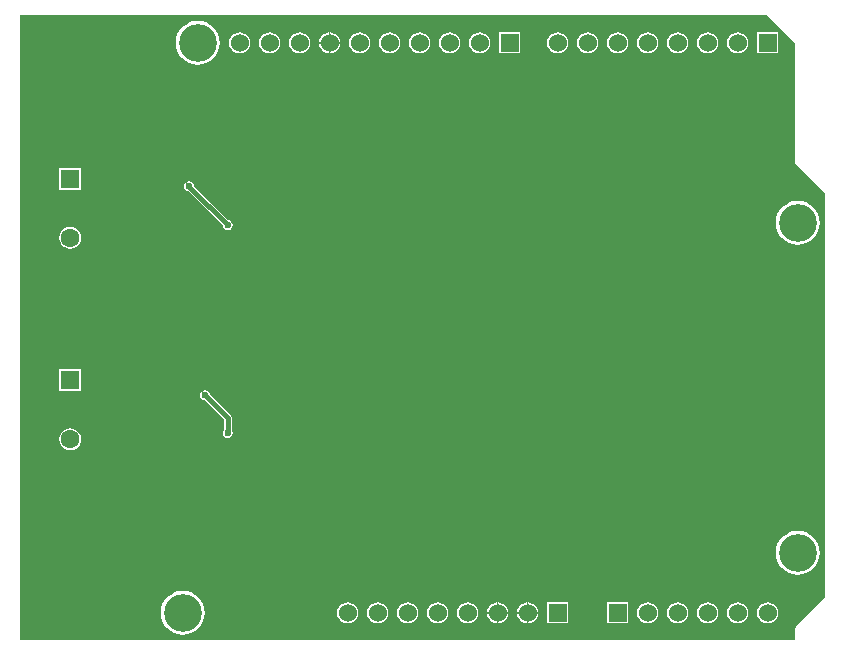
<source format=gbl>
G04*
G04 #@! TF.GenerationSoftware,Altium Limited,Altium Designer,20.2.6 (244)*
G04*
G04 Layer_Physical_Order=2*
G04 Layer_Color=16711680*
%FSLAX25Y25*%
%MOIN*%
G70*
G04*
G04 #@! TF.SameCoordinates,3ADD8469-B8FD-440E-8261-352D89208680*
G04*
G04*
G04 #@! TF.FilePolarity,Positive*
G04*
G01*
G75*
%ADD12C,0.01575*%
%ADD34R,0.06299X0.06299*%
%ADD35C,0.06299*%
%ADD36C,0.06000*%
%ADD37R,0.06000X0.06000*%
%ADD38C,0.12598*%
%ADD39C,0.02362*%
G36*
X259197Y199668D02*
Y160000D01*
X259258Y159693D01*
X259432Y159432D01*
X269197Y149668D01*
Y15333D01*
X259432Y5568D01*
X259432Y5568D01*
X259258Y5307D01*
X259197Y5000D01*
X259197Y5000D01*
Y803D01*
X803D01*
Y209197D01*
X249668D01*
X259197Y199668D01*
D02*
G37*
%LPC*%
G36*
X104250Y203497D02*
Y200250D01*
X107497D01*
X107410Y200914D01*
X107057Y201765D01*
X106496Y202496D01*
X105765Y203057D01*
X104914Y203410D01*
X104250Y203497D01*
D02*
G37*
G36*
X103750D02*
X103086Y203410D01*
X102235Y203057D01*
X101504Y202496D01*
X100943Y201765D01*
X100590Y200914D01*
X100503Y200250D01*
X103750D01*
Y203497D01*
D02*
G37*
G36*
X107497Y199750D02*
X104250D01*
Y196503D01*
X104914Y196590D01*
X105765Y196943D01*
X106496Y197504D01*
X107057Y198235D01*
X107410Y199086D01*
X107497Y199750D01*
D02*
G37*
G36*
X103750D02*
X100503D01*
X100590Y199086D01*
X100943Y198235D01*
X101504Y197504D01*
X102235Y196943D01*
X103086Y196590D01*
X103750Y196503D01*
Y199750D01*
D02*
G37*
G36*
X253500Y203500D02*
X246500D01*
Y196500D01*
X253500D01*
Y203500D01*
D02*
G37*
G36*
X167500D02*
X160500D01*
Y196500D01*
X167500D01*
Y203500D01*
D02*
G37*
G36*
X240000Y203530D02*
X239086Y203410D01*
X238235Y203057D01*
X237504Y202496D01*
X236943Y201765D01*
X236590Y200914D01*
X236470Y200000D01*
X236590Y199086D01*
X236943Y198235D01*
X237504Y197504D01*
X238235Y196943D01*
X239086Y196590D01*
X240000Y196470D01*
X240914Y196590D01*
X241765Y196943D01*
X242496Y197504D01*
X243057Y198235D01*
X243410Y199086D01*
X243530Y200000D01*
X243410Y200914D01*
X243057Y201765D01*
X242496Y202496D01*
X241765Y203057D01*
X240914Y203410D01*
X240000Y203530D01*
D02*
G37*
G36*
X230000D02*
X229086Y203410D01*
X228235Y203057D01*
X227504Y202496D01*
X226943Y201765D01*
X226590Y200914D01*
X226470Y200000D01*
X226590Y199086D01*
X226943Y198235D01*
X227504Y197504D01*
X228235Y196943D01*
X229086Y196590D01*
X230000Y196470D01*
X230914Y196590D01*
X231765Y196943D01*
X232496Y197504D01*
X233057Y198235D01*
X233410Y199086D01*
X233530Y200000D01*
X233410Y200914D01*
X233057Y201765D01*
X232496Y202496D01*
X231765Y203057D01*
X230914Y203410D01*
X230000Y203530D01*
D02*
G37*
G36*
X220000D02*
X219086Y203410D01*
X218235Y203057D01*
X217504Y202496D01*
X216943Y201765D01*
X216590Y200914D01*
X216470Y200000D01*
X216590Y199086D01*
X216943Y198235D01*
X217504Y197504D01*
X218235Y196943D01*
X219086Y196590D01*
X220000Y196470D01*
X220914Y196590D01*
X221765Y196943D01*
X222496Y197504D01*
X223057Y198235D01*
X223410Y199086D01*
X223530Y200000D01*
X223410Y200914D01*
X223057Y201765D01*
X222496Y202496D01*
X221765Y203057D01*
X220914Y203410D01*
X220000Y203530D01*
D02*
G37*
G36*
X210000D02*
X209086Y203410D01*
X208235Y203057D01*
X207504Y202496D01*
X206943Y201765D01*
X206590Y200914D01*
X206470Y200000D01*
X206590Y199086D01*
X206943Y198235D01*
X207504Y197504D01*
X208235Y196943D01*
X209086Y196590D01*
X210000Y196470D01*
X210914Y196590D01*
X211765Y196943D01*
X212496Y197504D01*
X213057Y198235D01*
X213410Y199086D01*
X213530Y200000D01*
X213410Y200914D01*
X213057Y201765D01*
X212496Y202496D01*
X211765Y203057D01*
X210914Y203410D01*
X210000Y203530D01*
D02*
G37*
G36*
X200000D02*
X199086Y203410D01*
X198235Y203057D01*
X197504Y202496D01*
X196943Y201765D01*
X196590Y200914D01*
X196470Y200000D01*
X196590Y199086D01*
X196943Y198235D01*
X197504Y197504D01*
X198235Y196943D01*
X199086Y196590D01*
X200000Y196470D01*
X200914Y196590D01*
X201765Y196943D01*
X202496Y197504D01*
X203057Y198235D01*
X203410Y199086D01*
X203530Y200000D01*
X203410Y200914D01*
X203057Y201765D01*
X202496Y202496D01*
X201765Y203057D01*
X200914Y203410D01*
X200000Y203530D01*
D02*
G37*
G36*
X190000D02*
X189086Y203410D01*
X188235Y203057D01*
X187504Y202496D01*
X186943Y201765D01*
X186590Y200914D01*
X186470Y200000D01*
X186590Y199086D01*
X186943Y198235D01*
X187504Y197504D01*
X188235Y196943D01*
X189086Y196590D01*
X190000Y196470D01*
X190914Y196590D01*
X191765Y196943D01*
X192496Y197504D01*
X193057Y198235D01*
X193410Y199086D01*
X193530Y200000D01*
X193410Y200914D01*
X193057Y201765D01*
X192496Y202496D01*
X191765Y203057D01*
X190914Y203410D01*
X190000Y203530D01*
D02*
G37*
G36*
X180000D02*
X179086Y203410D01*
X178235Y203057D01*
X177504Y202496D01*
X176943Y201765D01*
X176590Y200914D01*
X176470Y200000D01*
X176590Y199086D01*
X176943Y198235D01*
X177504Y197504D01*
X178235Y196943D01*
X179086Y196590D01*
X180000Y196470D01*
X180914Y196590D01*
X181765Y196943D01*
X182496Y197504D01*
X183057Y198235D01*
X183410Y199086D01*
X183530Y200000D01*
X183410Y200914D01*
X183057Y201765D01*
X182496Y202496D01*
X181765Y203057D01*
X180914Y203410D01*
X180000Y203530D01*
D02*
G37*
G36*
X154000D02*
X153086Y203410D01*
X152235Y203057D01*
X151504Y202496D01*
X150943Y201765D01*
X150590Y200914D01*
X150470Y200000D01*
X150590Y199086D01*
X150943Y198235D01*
X151504Y197504D01*
X152235Y196943D01*
X153086Y196590D01*
X154000Y196470D01*
X154914Y196590D01*
X155765Y196943D01*
X156496Y197504D01*
X157057Y198235D01*
X157410Y199086D01*
X157530Y200000D01*
X157410Y200914D01*
X157057Y201765D01*
X156496Y202496D01*
X155765Y203057D01*
X154914Y203410D01*
X154000Y203530D01*
D02*
G37*
G36*
X144000D02*
X143086Y203410D01*
X142235Y203057D01*
X141504Y202496D01*
X140943Y201765D01*
X140590Y200914D01*
X140470Y200000D01*
X140590Y199086D01*
X140943Y198235D01*
X141504Y197504D01*
X142235Y196943D01*
X143086Y196590D01*
X144000Y196470D01*
X144914Y196590D01*
X145765Y196943D01*
X146496Y197504D01*
X147057Y198235D01*
X147410Y199086D01*
X147530Y200000D01*
X147410Y200914D01*
X147057Y201765D01*
X146496Y202496D01*
X145765Y203057D01*
X144914Y203410D01*
X144000Y203530D01*
D02*
G37*
G36*
X134000D02*
X133086Y203410D01*
X132235Y203057D01*
X131504Y202496D01*
X130943Y201765D01*
X130590Y200914D01*
X130470Y200000D01*
X130590Y199086D01*
X130943Y198235D01*
X131504Y197504D01*
X132235Y196943D01*
X133086Y196590D01*
X134000Y196470D01*
X134914Y196590D01*
X135765Y196943D01*
X136496Y197504D01*
X137057Y198235D01*
X137410Y199086D01*
X137530Y200000D01*
X137410Y200914D01*
X137057Y201765D01*
X136496Y202496D01*
X135765Y203057D01*
X134914Y203410D01*
X134000Y203530D01*
D02*
G37*
G36*
X124000D02*
X123086Y203410D01*
X122235Y203057D01*
X121504Y202496D01*
X120943Y201765D01*
X120590Y200914D01*
X120470Y200000D01*
X120590Y199086D01*
X120943Y198235D01*
X121504Y197504D01*
X122235Y196943D01*
X123086Y196590D01*
X124000Y196470D01*
X124914Y196590D01*
X125765Y196943D01*
X126496Y197504D01*
X127057Y198235D01*
X127410Y199086D01*
X127530Y200000D01*
X127410Y200914D01*
X127057Y201765D01*
X126496Y202496D01*
X125765Y203057D01*
X124914Y203410D01*
X124000Y203530D01*
D02*
G37*
G36*
X114000D02*
X113086Y203410D01*
X112235Y203057D01*
X111504Y202496D01*
X110943Y201765D01*
X110590Y200914D01*
X110470Y200000D01*
X110590Y199086D01*
X110943Y198235D01*
X111504Y197504D01*
X112235Y196943D01*
X113086Y196590D01*
X114000Y196470D01*
X114914Y196590D01*
X115765Y196943D01*
X116496Y197504D01*
X117057Y198235D01*
X117410Y199086D01*
X117530Y200000D01*
X117410Y200914D01*
X117057Y201765D01*
X116496Y202496D01*
X115765Y203057D01*
X114914Y203410D01*
X114000Y203530D01*
D02*
G37*
G36*
X94000D02*
X93086Y203410D01*
X92235Y203057D01*
X91504Y202496D01*
X90943Y201765D01*
X90590Y200914D01*
X90470Y200000D01*
X90590Y199086D01*
X90943Y198235D01*
X91504Y197504D01*
X92235Y196943D01*
X93086Y196590D01*
X94000Y196470D01*
X94914Y196590D01*
X95765Y196943D01*
X96496Y197504D01*
X97057Y198235D01*
X97410Y199086D01*
X97530Y200000D01*
X97410Y200914D01*
X97057Y201765D01*
X96496Y202496D01*
X95765Y203057D01*
X94914Y203410D01*
X94000Y203530D01*
D02*
G37*
G36*
X84000D02*
X83086Y203410D01*
X82235Y203057D01*
X81504Y202496D01*
X80943Y201765D01*
X80590Y200914D01*
X80470Y200000D01*
X80590Y199086D01*
X80943Y198235D01*
X81504Y197504D01*
X82235Y196943D01*
X83086Y196590D01*
X84000Y196470D01*
X84914Y196590D01*
X85765Y196943D01*
X86496Y197504D01*
X87057Y198235D01*
X87410Y199086D01*
X87530Y200000D01*
X87410Y200914D01*
X87057Y201765D01*
X86496Y202496D01*
X85765Y203057D01*
X84914Y203410D01*
X84000Y203530D01*
D02*
G37*
G36*
X74000D02*
X73086Y203410D01*
X72235Y203057D01*
X71504Y202496D01*
X70943Y201765D01*
X70590Y200914D01*
X70470Y200000D01*
X70590Y199086D01*
X70943Y198235D01*
X71504Y197504D01*
X72235Y196943D01*
X73086Y196590D01*
X74000Y196470D01*
X74914Y196590D01*
X75765Y196943D01*
X76496Y197504D01*
X77057Y198235D01*
X77410Y199086D01*
X77530Y200000D01*
X77410Y200914D01*
X77057Y201765D01*
X76496Y202496D01*
X75765Y203057D01*
X74914Y203410D01*
X74000Y203530D01*
D02*
G37*
G36*
X60000Y207319D02*
X58572Y207178D01*
X57199Y206762D01*
X55934Y206085D01*
X54825Y205175D01*
X53915Y204066D01*
X53238Y202801D01*
X52822Y201428D01*
X52681Y200000D01*
X52822Y198572D01*
X53238Y197199D01*
X53915Y195934D01*
X54825Y194825D01*
X55934Y193915D01*
X57199Y193238D01*
X58572Y192822D01*
X60000Y192681D01*
X61428Y192822D01*
X62801Y193238D01*
X64066Y193915D01*
X65175Y194825D01*
X66085Y195934D01*
X66762Y197199D01*
X67178Y198572D01*
X67319Y200000D01*
X67178Y201428D01*
X66762Y202801D01*
X66085Y204066D01*
X65175Y205175D01*
X64066Y206085D01*
X62801Y206762D01*
X61428Y207178D01*
X60000Y207319D01*
D02*
G37*
G36*
X21150Y158335D02*
X13850D01*
Y151035D01*
X21150D01*
Y158335D01*
D02*
G37*
G36*
X57138Y153820D02*
X56482Y153690D01*
X55926Y153318D01*
X55554Y152762D01*
X55424Y152106D01*
X55554Y151450D01*
X55926Y150894D01*
X56482Y150523D01*
X56936Y150433D01*
X68316Y139052D01*
X68416Y138549D01*
X68788Y137993D01*
X69344Y137621D01*
X70000Y137491D01*
X70656Y137621D01*
X71212Y137993D01*
X71584Y138549D01*
X71714Y139205D01*
X71584Y139861D01*
X71212Y140417D01*
X70656Y140788D01*
X70202Y140878D01*
X58821Y152259D01*
X58722Y152762D01*
X58350Y153318D01*
X57794Y153690D01*
X57138Y153820D01*
D02*
G37*
G36*
X260000Y147319D02*
X258572Y147178D01*
X257199Y146762D01*
X255934Y146085D01*
X254825Y145175D01*
X253915Y144066D01*
X253238Y142801D01*
X252822Y141428D01*
X252681Y140000D01*
X252822Y138572D01*
X253238Y137199D01*
X253915Y135934D01*
X254825Y134825D01*
X255934Y133915D01*
X257199Y133238D01*
X258572Y132822D01*
X260000Y132681D01*
X261428Y132822D01*
X262801Y133238D01*
X264066Y133915D01*
X265175Y134825D01*
X266085Y135934D01*
X266762Y137199D01*
X267178Y138572D01*
X267319Y140000D01*
X267178Y141428D01*
X266762Y142801D01*
X266085Y144066D01*
X265175Y145175D01*
X264066Y146085D01*
X262801Y146762D01*
X261428Y147178D01*
X260000Y147319D01*
D02*
G37*
G36*
X17500Y138681D02*
X16547Y138556D01*
X15660Y138188D01*
X14897Y137603D01*
X14312Y136840D01*
X13944Y135953D01*
X13819Y135000D01*
X13944Y134047D01*
X14312Y133159D01*
X14897Y132397D01*
X15660Y131812D01*
X16547Y131444D01*
X17500Y131319D01*
X18453Y131444D01*
X19341Y131812D01*
X20103Y132397D01*
X20688Y133159D01*
X21056Y134047D01*
X21181Y135000D01*
X21056Y135953D01*
X20688Y136840D01*
X20103Y137603D01*
X19341Y138188D01*
X18453Y138556D01*
X17500Y138681D01*
D02*
G37*
G36*
X21150Y91150D02*
X13850D01*
Y83850D01*
X21150D01*
Y91150D01*
D02*
G37*
G36*
X62500Y84214D02*
X61844Y84084D01*
X61288Y83712D01*
X60916Y83156D01*
X60786Y82500D01*
X60916Y81844D01*
X61288Y81288D01*
X61844Y80916D01*
X62322Y80821D01*
X68687Y74456D01*
Y71061D01*
X68416Y70656D01*
X68286Y70000D01*
X68416Y69344D01*
X68788Y68788D01*
X69344Y68416D01*
X70000Y68286D01*
X70656Y68416D01*
X71212Y68788D01*
X71584Y69344D01*
X71714Y70000D01*
X71584Y70656D01*
X71313Y71061D01*
Y75000D01*
X71213Y75502D01*
X70928Y75928D01*
X64179Y82678D01*
X64084Y83156D01*
X63712Y83712D01*
X63156Y84084D01*
X62500Y84214D01*
D02*
G37*
G36*
X17500Y71496D02*
X16547Y71371D01*
X15660Y71003D01*
X14897Y70418D01*
X14312Y69656D01*
X13944Y68768D01*
X13819Y67815D01*
X13944Y66862D01*
X14312Y65974D01*
X14897Y65212D01*
X15660Y64627D01*
X16547Y64259D01*
X17500Y64134D01*
X18453Y64259D01*
X19341Y64627D01*
X20103Y65212D01*
X20688Y65974D01*
X21056Y66862D01*
X21181Y67815D01*
X21056Y68768D01*
X20688Y69656D01*
X20103Y70418D01*
X19341Y71003D01*
X18453Y71371D01*
X17500Y71496D01*
D02*
G37*
G36*
X260000Y37319D02*
X258572Y37178D01*
X257199Y36762D01*
X255934Y36085D01*
X254825Y35175D01*
X253915Y34066D01*
X253238Y32801D01*
X252822Y31428D01*
X252681Y30000D01*
X252822Y28572D01*
X253238Y27199D01*
X253915Y25934D01*
X254825Y24825D01*
X255934Y23915D01*
X257199Y23238D01*
X258572Y22822D01*
X260000Y22681D01*
X261428Y22822D01*
X262801Y23238D01*
X264066Y23915D01*
X265175Y24825D01*
X266085Y25934D01*
X266762Y27199D01*
X267178Y28572D01*
X267319Y30000D01*
X267178Y31428D01*
X266762Y32801D01*
X266085Y34066D01*
X265175Y35175D01*
X264066Y36085D01*
X262801Y36762D01*
X261428Y37178D01*
X260000Y37319D01*
D02*
G37*
G36*
X170250Y13497D02*
Y10250D01*
X173497D01*
X173410Y10914D01*
X173057Y11765D01*
X172496Y12496D01*
X171765Y13057D01*
X170914Y13410D01*
X170250Y13497D01*
D02*
G37*
G36*
X160250D02*
Y10250D01*
X163497D01*
X163410Y10914D01*
X163057Y11765D01*
X162496Y12496D01*
X161765Y13057D01*
X160914Y13410D01*
X160250Y13497D01*
D02*
G37*
G36*
X169750D02*
X169086Y13410D01*
X168235Y13057D01*
X167504Y12496D01*
X166943Y11765D01*
X166590Y10914D01*
X166503Y10250D01*
X169750D01*
Y13497D01*
D02*
G37*
G36*
X159750D02*
X159086Y13410D01*
X158235Y13057D01*
X157504Y12496D01*
X156943Y11765D01*
X156590Y10914D01*
X156503Y10250D01*
X159750D01*
Y13497D01*
D02*
G37*
G36*
X173497Y9750D02*
X170250D01*
Y6503D01*
X170914Y6590D01*
X171765Y6943D01*
X172496Y7504D01*
X173057Y8235D01*
X173410Y9086D01*
X173497Y9750D01*
D02*
G37*
G36*
X163497D02*
X160250D01*
Y6503D01*
X160914Y6590D01*
X161765Y6943D01*
X162496Y7504D01*
X163057Y8235D01*
X163410Y9086D01*
X163497Y9750D01*
D02*
G37*
G36*
X169750D02*
X166503D01*
X166590Y9086D01*
X166943Y8235D01*
X167504Y7504D01*
X168235Y6943D01*
X169086Y6590D01*
X169750Y6503D01*
Y9750D01*
D02*
G37*
G36*
X159750D02*
X156503D01*
X156590Y9086D01*
X156943Y8235D01*
X157504Y7504D01*
X158235Y6943D01*
X159086Y6590D01*
X159750Y6503D01*
Y9750D01*
D02*
G37*
G36*
X203500Y13500D02*
X196500D01*
Y6500D01*
X203500D01*
Y13500D01*
D02*
G37*
G36*
X183500D02*
X176500D01*
Y6500D01*
X183500D01*
Y13500D01*
D02*
G37*
G36*
X250000Y13530D02*
X249086Y13410D01*
X248235Y13057D01*
X247504Y12496D01*
X246943Y11765D01*
X246590Y10914D01*
X246470Y10000D01*
X246590Y9086D01*
X246943Y8235D01*
X247504Y7504D01*
X248235Y6943D01*
X249086Y6590D01*
X250000Y6470D01*
X250914Y6590D01*
X251765Y6943D01*
X252496Y7504D01*
X253057Y8235D01*
X253410Y9086D01*
X253530Y10000D01*
X253410Y10914D01*
X253057Y11765D01*
X252496Y12496D01*
X251765Y13057D01*
X250914Y13410D01*
X250000Y13530D01*
D02*
G37*
G36*
X240000D02*
X239086Y13410D01*
X238235Y13057D01*
X237504Y12496D01*
X236943Y11765D01*
X236590Y10914D01*
X236470Y10000D01*
X236590Y9086D01*
X236943Y8235D01*
X237504Y7504D01*
X238235Y6943D01*
X239086Y6590D01*
X240000Y6470D01*
X240914Y6590D01*
X241765Y6943D01*
X242496Y7504D01*
X243057Y8235D01*
X243410Y9086D01*
X243530Y10000D01*
X243410Y10914D01*
X243057Y11765D01*
X242496Y12496D01*
X241765Y13057D01*
X240914Y13410D01*
X240000Y13530D01*
D02*
G37*
G36*
X230000D02*
X229086Y13410D01*
X228235Y13057D01*
X227504Y12496D01*
X226943Y11765D01*
X226590Y10914D01*
X226470Y10000D01*
X226590Y9086D01*
X226943Y8235D01*
X227504Y7504D01*
X228235Y6943D01*
X229086Y6590D01*
X230000Y6470D01*
X230914Y6590D01*
X231765Y6943D01*
X232496Y7504D01*
X233057Y8235D01*
X233410Y9086D01*
X233530Y10000D01*
X233410Y10914D01*
X233057Y11765D01*
X232496Y12496D01*
X231765Y13057D01*
X230914Y13410D01*
X230000Y13530D01*
D02*
G37*
G36*
X220000D02*
X219086Y13410D01*
X218235Y13057D01*
X217504Y12496D01*
X216943Y11765D01*
X216590Y10914D01*
X216470Y10000D01*
X216590Y9086D01*
X216943Y8235D01*
X217504Y7504D01*
X218235Y6943D01*
X219086Y6590D01*
X220000Y6470D01*
X220914Y6590D01*
X221765Y6943D01*
X222496Y7504D01*
X223057Y8235D01*
X223410Y9086D01*
X223530Y10000D01*
X223410Y10914D01*
X223057Y11765D01*
X222496Y12496D01*
X221765Y13057D01*
X220914Y13410D01*
X220000Y13530D01*
D02*
G37*
G36*
X210000D02*
X209086Y13410D01*
X208235Y13057D01*
X207504Y12496D01*
X206943Y11765D01*
X206590Y10914D01*
X206470Y10000D01*
X206590Y9086D01*
X206943Y8235D01*
X207504Y7504D01*
X208235Y6943D01*
X209086Y6590D01*
X210000Y6470D01*
X210914Y6590D01*
X211765Y6943D01*
X212496Y7504D01*
X213057Y8235D01*
X213410Y9086D01*
X213530Y10000D01*
X213410Y10914D01*
X213057Y11765D01*
X212496Y12496D01*
X211765Y13057D01*
X210914Y13410D01*
X210000Y13530D01*
D02*
G37*
G36*
X150000D02*
X149086Y13410D01*
X148235Y13057D01*
X147504Y12496D01*
X146943Y11765D01*
X146590Y10914D01*
X146470Y10000D01*
X146590Y9086D01*
X146943Y8235D01*
X147504Y7504D01*
X148235Y6943D01*
X149086Y6590D01*
X150000Y6470D01*
X150914Y6590D01*
X151765Y6943D01*
X152496Y7504D01*
X153057Y8235D01*
X153410Y9086D01*
X153530Y10000D01*
X153410Y10914D01*
X153057Y11765D01*
X152496Y12496D01*
X151765Y13057D01*
X150914Y13410D01*
X150000Y13530D01*
D02*
G37*
G36*
X140000D02*
X139086Y13410D01*
X138235Y13057D01*
X137504Y12496D01*
X136943Y11765D01*
X136590Y10914D01*
X136470Y10000D01*
X136590Y9086D01*
X136943Y8235D01*
X137504Y7504D01*
X138235Y6943D01*
X139086Y6590D01*
X140000Y6470D01*
X140914Y6590D01*
X141765Y6943D01*
X142496Y7504D01*
X143057Y8235D01*
X143410Y9086D01*
X143530Y10000D01*
X143410Y10914D01*
X143057Y11765D01*
X142496Y12496D01*
X141765Y13057D01*
X140914Y13410D01*
X140000Y13530D01*
D02*
G37*
G36*
X130000D02*
X129086Y13410D01*
X128235Y13057D01*
X127504Y12496D01*
X126943Y11765D01*
X126590Y10914D01*
X126470Y10000D01*
X126590Y9086D01*
X126943Y8235D01*
X127504Y7504D01*
X128235Y6943D01*
X129086Y6590D01*
X130000Y6470D01*
X130914Y6590D01*
X131765Y6943D01*
X132496Y7504D01*
X133057Y8235D01*
X133410Y9086D01*
X133530Y10000D01*
X133410Y10914D01*
X133057Y11765D01*
X132496Y12496D01*
X131765Y13057D01*
X130914Y13410D01*
X130000Y13530D01*
D02*
G37*
G36*
X120000D02*
X119086Y13410D01*
X118235Y13057D01*
X117504Y12496D01*
X116943Y11765D01*
X116590Y10914D01*
X116470Y10000D01*
X116590Y9086D01*
X116943Y8235D01*
X117504Y7504D01*
X118235Y6943D01*
X119086Y6590D01*
X120000Y6470D01*
X120914Y6590D01*
X121765Y6943D01*
X122496Y7504D01*
X123057Y8235D01*
X123410Y9086D01*
X123530Y10000D01*
X123410Y10914D01*
X123057Y11765D01*
X122496Y12496D01*
X121765Y13057D01*
X120914Y13410D01*
X120000Y13530D01*
D02*
G37*
G36*
X110000D02*
X109086Y13410D01*
X108235Y13057D01*
X107504Y12496D01*
X106943Y11765D01*
X106590Y10914D01*
X106470Y10000D01*
X106590Y9086D01*
X106943Y8235D01*
X107504Y7504D01*
X108235Y6943D01*
X109086Y6590D01*
X110000Y6470D01*
X110914Y6590D01*
X111765Y6943D01*
X112496Y7504D01*
X113057Y8235D01*
X113410Y9086D01*
X113530Y10000D01*
X113410Y10914D01*
X113057Y11765D01*
X112496Y12496D01*
X111765Y13057D01*
X110914Y13410D01*
X110000Y13530D01*
D02*
G37*
G36*
X55000Y17319D02*
X53572Y17178D01*
X52199Y16762D01*
X50934Y16085D01*
X49825Y15175D01*
X48915Y14066D01*
X48238Y12801D01*
X47822Y11428D01*
X47681Y10000D01*
X47822Y8572D01*
X48238Y7199D01*
X48915Y5934D01*
X49825Y4825D01*
X50934Y3915D01*
X52199Y3238D01*
X53572Y2822D01*
X55000Y2681D01*
X56428Y2822D01*
X57801Y3238D01*
X59066Y3915D01*
X60175Y4825D01*
X61085Y5934D01*
X61762Y7199D01*
X62178Y8572D01*
X62319Y10000D01*
X62178Y11428D01*
X61762Y12801D01*
X61085Y14066D01*
X60175Y15175D01*
X59066Y16085D01*
X57801Y16762D01*
X56428Y17178D01*
X55000Y17319D01*
D02*
G37*
%LPD*%
D12*
X57138Y152087D02*
Y152106D01*
X70000Y139205D02*
Y139225D01*
X57138Y152087D02*
X70000Y139225D01*
Y70000D02*
Y75000D01*
X62500Y82500D02*
X70000Y75000D01*
D34*
X17500Y154685D02*
D03*
Y87500D02*
D03*
D35*
Y135000D02*
D03*
Y67815D02*
D03*
D36*
X160000Y10000D02*
D03*
X170000D02*
D03*
X110000D02*
D03*
X120000D02*
D03*
X130000D02*
D03*
X140000D02*
D03*
X150000D02*
D03*
X230000Y200000D02*
D03*
X240000D02*
D03*
X180000D02*
D03*
X190000D02*
D03*
X200000D02*
D03*
X210000D02*
D03*
X220000D02*
D03*
X74000D02*
D03*
X84000D02*
D03*
X94000D02*
D03*
X104000D02*
D03*
X114000D02*
D03*
X124000D02*
D03*
X134000D02*
D03*
X144000D02*
D03*
X154000D02*
D03*
X250000Y10000D02*
D03*
X240000D02*
D03*
X230000D02*
D03*
X220000D02*
D03*
X210000D02*
D03*
D37*
X180000D02*
D03*
X250000Y200000D02*
D03*
X164000D02*
D03*
X200000Y10000D02*
D03*
D38*
X60000Y200000D02*
D03*
X55000Y10000D02*
D03*
X260000Y140000D02*
D03*
Y30000D02*
D03*
D39*
X70000Y139205D02*
D03*
X57138Y152106D02*
D03*
X132500Y90000D02*
D03*
X147500Y142500D02*
D03*
X70000Y70000D02*
D03*
X62500Y82500D02*
D03*
X100833Y58120D02*
D03*
X109118Y125775D02*
D03*
X132500Y75000D02*
D03*
Y142500D02*
D03*
X190000Y120000D02*
D03*
X180000D02*
D03*
X95000Y47500D02*
D03*
X67500D02*
D03*
M02*

</source>
